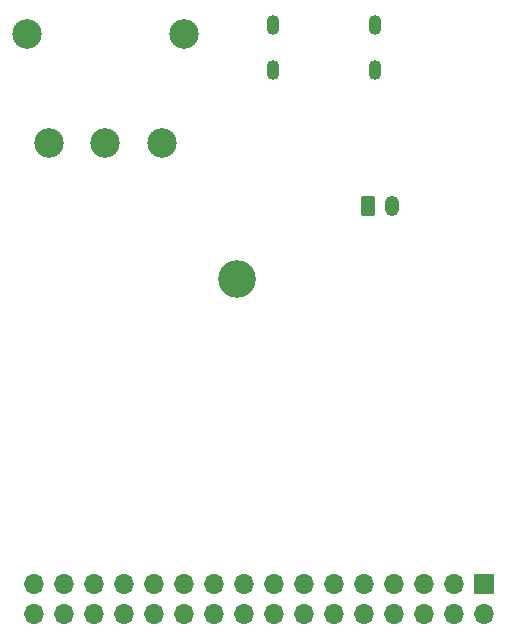
<source format=gbr>
%TF.GenerationSoftware,KiCad,Pcbnew,9.0.0*%
%TF.CreationDate,2025-03-28T14:38:41+02:00*%
%TF.ProjectId,Main,4d61696e-2e6b-4696-9361-645f70636258,rev?*%
%TF.SameCoordinates,Original*%
%TF.FileFunction,Soldermask,Bot*%
%TF.FilePolarity,Negative*%
%FSLAX46Y46*%
G04 Gerber Fmt 4.6, Leading zero omitted, Abs format (unit mm)*
G04 Created by KiCad (PCBNEW 9.0.0) date 2025-03-28 14:38:41*
%MOMM*%
%LPD*%
G01*
G04 APERTURE LIST*
G04 Aperture macros list*
%AMRoundRect*
0 Rectangle with rounded corners*
0 $1 Rounding radius*
0 $2 $3 $4 $5 $6 $7 $8 $9 X,Y pos of 4 corners*
0 Add a 4 corners polygon primitive as box body*
4,1,4,$2,$3,$4,$5,$6,$7,$8,$9,$2,$3,0*
0 Add four circle primitives for the rounded corners*
1,1,$1+$1,$2,$3*
1,1,$1+$1,$4,$5*
1,1,$1+$1,$6,$7*
1,1,$1+$1,$8,$9*
0 Add four rect primitives between the rounded corners*
20,1,$1+$1,$2,$3,$4,$5,0*
20,1,$1+$1,$4,$5,$6,$7,0*
20,1,$1+$1,$6,$7,$8,$9,0*
20,1,$1+$1,$8,$9,$2,$3,0*%
G04 Aperture macros list end*
%ADD10RoundRect,0.250000X-0.350000X-0.625000X0.350000X-0.625000X0.350000X0.625000X-0.350000X0.625000X0*%
%ADD11O,1.200000X1.750000*%
%ADD12C,3.200000*%
%ADD13R,1.700000X1.700000*%
%ADD14O,1.700000X1.700000*%
%ADD15O,1.100000X1.700000*%
%ADD16C,2.500000*%
G04 APERTURE END LIST*
D10*
%TO.C,J3*%
X145580000Y-69420000D03*
D11*
X147580000Y-69420000D03*
%TD*%
D12*
%TO.C,H2*%
X134510000Y-75570000D03*
%TD*%
D13*
%TO.C,J1*%
X155380000Y-101370000D03*
D14*
X155380000Y-103910000D03*
X152840000Y-101370000D03*
X152840000Y-103910000D03*
X150300000Y-101370000D03*
X150300000Y-103910000D03*
X147760000Y-101370000D03*
X147760000Y-103910000D03*
X145220000Y-101370000D03*
X145220000Y-103910000D03*
X142680000Y-101370000D03*
X142680000Y-103910000D03*
X140140000Y-101370000D03*
X140140000Y-103910000D03*
X137600000Y-101370000D03*
X137600000Y-103910000D03*
X135060000Y-101370000D03*
X135060000Y-103910000D03*
X132520000Y-101370000D03*
X132520000Y-103910000D03*
X129980000Y-101370000D03*
X129980000Y-103910000D03*
X127440000Y-101370000D03*
X127440000Y-103910000D03*
X124900000Y-101370000D03*
X124900000Y-103910000D03*
X122360000Y-101370000D03*
X122360000Y-103910000D03*
X119820000Y-101370000D03*
X119820000Y-103910000D03*
X117280000Y-101370000D03*
X117280000Y-103910000D03*
%TD*%
D15*
%TO.C,J2*%
X146200000Y-57850000D03*
X146200000Y-54050000D03*
X137560000Y-57850000D03*
X137560000Y-54050000D03*
%TD*%
D16*
%TO.C,SW2*%
X118550000Y-64028500D03*
X123350000Y-64028500D03*
X128150000Y-64028500D03*
X116700000Y-54828500D03*
X130000000Y-54828500D03*
%TD*%
M02*

</source>
